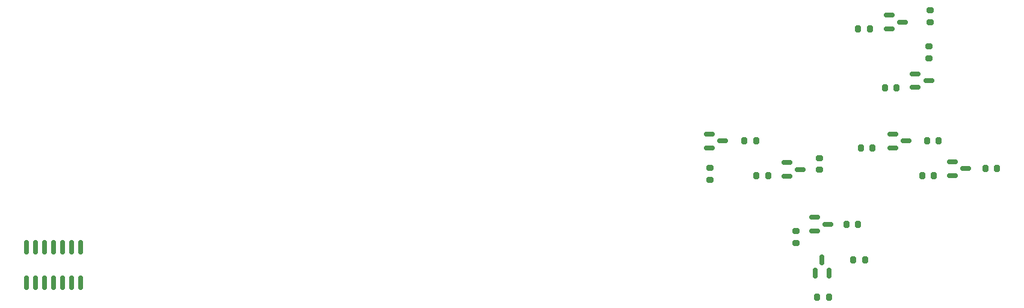
<source format=gbr>
%TF.GenerationSoftware,KiCad,Pcbnew,(7.0.0)*%
%TF.CreationDate,2023-04-25T13:09:25+01:00*%
%TF.ProjectId,controller,636f6e74-726f-46c6-9c65-722e6b696361,V1.2*%
%TF.SameCoordinates,Original*%
%TF.FileFunction,Paste,Bot*%
%TF.FilePolarity,Positive*%
%FSLAX46Y46*%
G04 Gerber Fmt 4.6, Leading zero omitted, Abs format (unit mm)*
G04 Created by KiCad (PCBNEW (7.0.0)) date 2023-04-25 13:09:25*
%MOMM*%
%LPD*%
G01*
G04 APERTURE LIST*
G04 Aperture macros list*
%AMRoundRect*
0 Rectangle with rounded corners*
0 $1 Rounding radius*
0 $2 $3 $4 $5 $6 $7 $8 $9 X,Y pos of 4 corners*
0 Add a 4 corners polygon primitive as box body*
4,1,4,$2,$3,$4,$5,$6,$7,$8,$9,$2,$3,0*
0 Add four circle primitives for the rounded corners*
1,1,$1+$1,$2,$3*
1,1,$1+$1,$4,$5*
1,1,$1+$1,$6,$7*
1,1,$1+$1,$8,$9*
0 Add four rect primitives between the rounded corners*
20,1,$1+$1,$2,$3,$4,$5,0*
20,1,$1+$1,$4,$5,$6,$7,0*
20,1,$1+$1,$6,$7,$8,$9,0*
20,1,$1+$1,$8,$9,$2,$3,0*%
G04 Aperture macros list end*
%ADD10RoundRect,0.200000X0.200000X0.275000X-0.200000X0.275000X-0.200000X-0.275000X0.200000X-0.275000X0*%
%ADD11RoundRect,0.150000X0.150000X-0.825000X0.150000X0.825000X-0.150000X0.825000X-0.150000X-0.825000X0*%
%ADD12RoundRect,0.200000X0.275000X-0.200000X0.275000X0.200000X-0.275000X0.200000X-0.275000X-0.200000X0*%
%ADD13RoundRect,0.150000X-0.587500X-0.150000X0.587500X-0.150000X0.587500X0.150000X-0.587500X0.150000X0*%
%ADD14RoundRect,0.200000X-0.200000X-0.275000X0.200000X-0.275000X0.200000X0.275000X-0.200000X0.275000X0*%
%ADD15RoundRect,0.200000X-0.275000X0.200000X-0.275000X-0.200000X0.275000X-0.200000X0.275000X0.200000X0*%
%ADD16RoundRect,0.150000X0.150000X-0.587500X0.150000X0.587500X-0.150000X0.587500X-0.150000X-0.587500X0*%
G04 APERTURE END LIST*
D10*
%TO.C,R25*%
X226550000Y-49500000D03*
X224900000Y-49500000D03*
%TD*%
%TO.C,R43*%
X221300000Y-37100000D03*
X219650000Y-37100000D03*
%TD*%
D11*
%TO.C,U5*%
X106460000Y-64535000D03*
X105190000Y-64535000D03*
X103920000Y-64535000D03*
X102650000Y-64535000D03*
X101380000Y-64535000D03*
X100110000Y-64535000D03*
X98840000Y-64535000D03*
X98840000Y-59585000D03*
X100110000Y-59585000D03*
X101380000Y-59585000D03*
X102650000Y-59585000D03*
X103920000Y-59585000D03*
X105190000Y-59585000D03*
X106460000Y-59585000D03*
%TD*%
D12*
%TO.C,R39*%
X226000000Y-27850000D03*
X226000000Y-26200000D03*
%TD*%
D13*
%TO.C,Q22*%
X194925000Y-45550000D03*
X194925000Y-43650000D03*
X196800000Y-44600000D03*
%TD*%
D10*
%TO.C,R9*%
X217900000Y-45600000D03*
X216250000Y-45600000D03*
%TD*%
D14*
%TO.C,R32*%
X199850000Y-44600000D03*
X201500000Y-44600000D03*
%TD*%
D10*
%TO.C,R10*%
X203200000Y-49500000D03*
X201550000Y-49500000D03*
%TD*%
D14*
%TO.C,R40*%
X214200000Y-56300000D03*
X215850000Y-56300000D03*
%TD*%
D13*
%TO.C,Q8*%
X229150000Y-49450000D03*
X229150000Y-47550000D03*
X231025000Y-48500000D03*
%TD*%
D15*
%TO.C,R26*%
X195000000Y-48400000D03*
X195000000Y-50050000D03*
%TD*%
D10*
%TO.C,R35*%
X217525000Y-28800000D03*
X215875000Y-28800000D03*
%TD*%
D13*
%TO.C,Q13*%
X209725000Y-57250000D03*
X209725000Y-55350000D03*
X211600000Y-56300000D03*
%TD*%
D16*
%TO.C,Q14*%
X211750000Y-63175000D03*
X209850000Y-63175000D03*
X210800000Y-61300000D03*
%TD*%
D13*
%TO.C,Q17*%
X220225000Y-28800000D03*
X220225000Y-26900000D03*
X222100000Y-27850000D03*
%TD*%
%TO.C,Q21*%
X223925000Y-37050000D03*
X223925000Y-35150000D03*
X225800000Y-36100000D03*
%TD*%
D12*
%TO.C,R16*%
X210400000Y-48650000D03*
X210400000Y-47000000D03*
%TD*%
D14*
%TO.C,R31*%
X233775000Y-48500000D03*
X235425000Y-48500000D03*
%TD*%
%TO.C,R48*%
X215200000Y-61300000D03*
X216850000Y-61300000D03*
%TD*%
D13*
%TO.C,Q18*%
X205825000Y-49550000D03*
X205825000Y-47650000D03*
X207700000Y-48600000D03*
%TD*%
D12*
%TO.C,R47*%
X225800000Y-32950000D03*
X225800000Y-31300000D03*
%TD*%
D15*
%TO.C,R36*%
X207100000Y-57275000D03*
X207100000Y-58925000D03*
%TD*%
D14*
%TO.C,R15*%
X225550000Y-44600000D03*
X227200000Y-44600000D03*
%TD*%
D10*
%TO.C,R44*%
X211750000Y-66600000D03*
X210100000Y-66600000D03*
%TD*%
D13*
%TO.C,Q7*%
X220725000Y-45550000D03*
X220725000Y-43650000D03*
X222600000Y-44600000D03*
%TD*%
M02*

</source>
